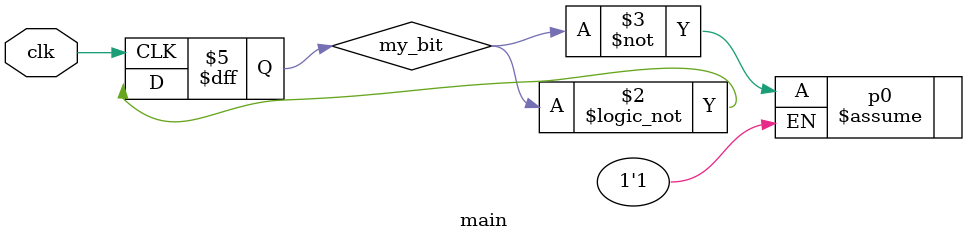
<source format=sv>
module main(input clk);

  reg my_bit;

  initial my_bit=0;

  always @(posedge clk)
    my_bit = !my_bit;

  // no support for assumptions
  p0: assume property (my_bit == 0);

endmodule

</source>
